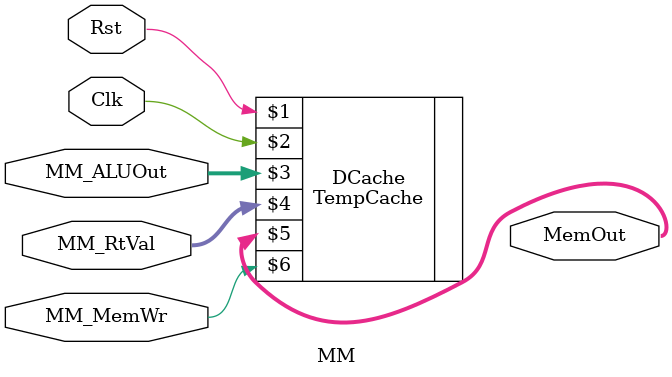
<source format=v>


module MM(Rst, Clk, MM_ALUOut, MM_RtVal, MM_MemWr, MemOut);
	input wire	Rst, Clk;
	input wire[31:0]	MM_ALUOut, MM_RtVal;
	input wire	MM_MemWr;
	output wire[31:0]	MemOut;

	TempCache DCache(Rst, Clk, MM_ALUOut, MM_RtVal, MemOut, MM_MemWr);
	
endmodule

</source>
